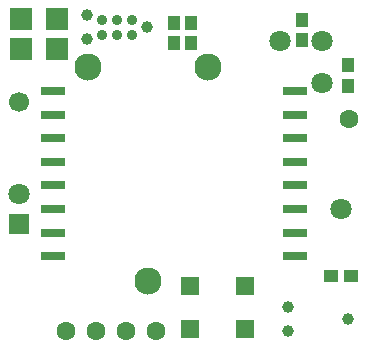
<source format=gbs>
G04 DipTrace 3.0.0.1*
G04 Limbus-modelD-rev02.GBS*
%MOMM*%
G04 #@! TF.FileFunction,Soldermask,Bot*
G04 #@! TF.Part,Single*
%ADD21R,1.6X1.6*%
%ADD30C,1.6*%
%ADD48C,1.0*%
%ADD60R,2.1X0.7*%
%ADD72C,1.7*%
%ADD75C,0.8874*%
%ADD79R,1.2X1.1*%
%ADD81R,1.9X1.9*%
%ADD82R,1.1X1.2*%
%ADD84C,2.3*%
%ADD86C,1.8*%
%ADD88R,1.7X1.7*%
%FSLAX35Y35*%
G04*
G71*
G90*
G75*
G01*
G04 BotMask*
%LPD*%
D88*
X1158763Y2174873D3*
D86*
X3880543Y2301873D3*
X1158763Y2428873D3*
D84*
X2757300Y3504100D3*
X1741300D3*
X2249300Y1694000D3*
D82*
X2470000Y3705000D3*
Y3875000D3*
D81*
X1476300Y3651403D3*
X1176300D3*
X1476300Y3905430D3*
X1176300D3*
D82*
X3940000Y3345000D3*
Y3515000D3*
D48*
X3937170Y1365170D3*
X3429170Y1263570D3*
Y1466770D3*
D75*
X2110000Y3775000D3*
Y3902000D3*
X1983000Y3775000D3*
Y3902000D3*
X1856000Y3775000D3*
Y3902000D3*
D48*
X2237000Y3838500D3*
X1729000Y3940100D3*
Y3736900D3*
D30*
X2060000Y1265000D3*
X1550000D3*
X1805000D3*
X2315000D3*
D72*
X1158750Y3206627D3*
D30*
X3952750Y3063750D3*
D82*
X2610000Y3875000D3*
Y3705000D3*
X3550000Y3730000D3*
Y3900000D3*
D79*
X3798937Y1730327D3*
X3968937D3*
D21*
X2605000Y1285000D3*
X3065000D3*
X2605000Y1645000D3*
X3065000D3*
D60*
X1440000Y1899000D3*
Y2099000D3*
Y2299000D3*
Y2499000D3*
Y2699000D3*
Y2899000D3*
Y3099000D3*
Y3299000D3*
X3490000D3*
Y3099000D3*
Y2899000D3*
Y2699000D3*
Y2499000D3*
Y2299000D3*
Y2099000D3*
Y1899000D3*
D86*
X3725000Y3365000D3*
Y3725000D3*
X3365000D3*
M02*

</source>
